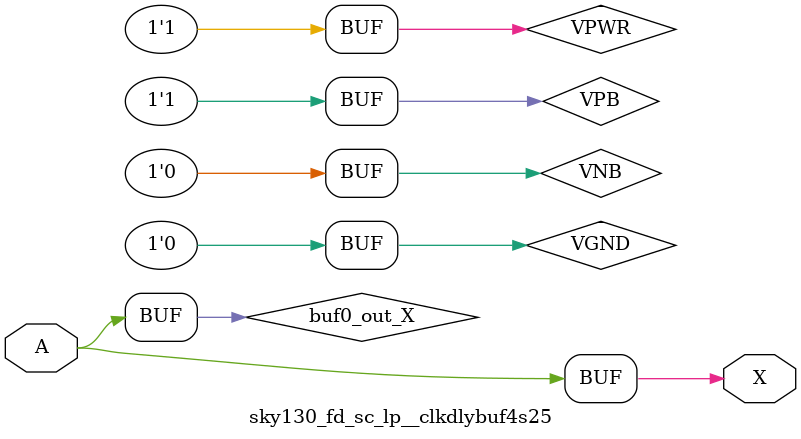
<source format=v>
/*
 * Copyright 2020 The SkyWater PDK Authors
 *
 * Licensed under the Apache License, Version 2.0 (the "License");
 * you may not use this file except in compliance with the License.
 * You may obtain a copy of the License at
 *
 *     https://www.apache.org/licenses/LICENSE-2.0
 *
 * Unless required by applicable law or agreed to in writing, software
 * distributed under the License is distributed on an "AS IS" BASIS,
 * WITHOUT WARRANTIES OR CONDITIONS OF ANY KIND, either express or implied.
 * See the License for the specific language governing permissions and
 * limitations under the License.
 *
 * SPDX-License-Identifier: Apache-2.0
*/


`ifndef SKY130_FD_SC_LP__CLKDLYBUF4S25_TIMING_V
`define SKY130_FD_SC_LP__CLKDLYBUF4S25_TIMING_V

/**
 * clkdlybuf4s25: Clock Delay Buffer 4-stage 0.25um length inner stage
 *                gates.
 *
 * Verilog simulation timing model.
 */

`timescale 1ns / 1ps
`default_nettype none

`celldefine
module sky130_fd_sc_lp__clkdlybuf4s25 (
    X,
    A
);

    // Module ports
    output X;
    input  A;

    // Module supplies
    supply1 VPWR;
    supply0 VGND;
    supply1 VPB ;
    supply0 VNB ;

    // Local signals
    wire buf0_out_X;

    //  Name  Output      Other arguments
    buf buf0 (buf0_out_X, A              );
    buf buf1 (X         , buf0_out_X     );

endmodule
`endcelldefine

`default_nettype wire
`endif  // SKY130_FD_SC_LP__CLKDLYBUF4S25_TIMING_V

</source>
